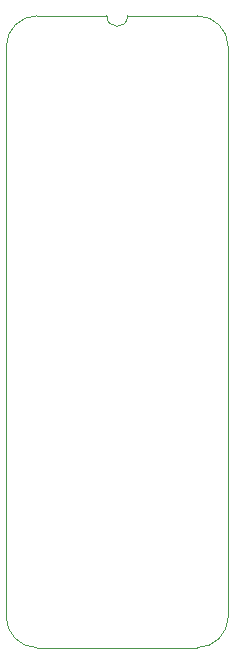
<source format=gm1>
%TF.GenerationSoftware,KiCad,Pcbnew,7.0.5*%
%TF.CreationDate,2024-02-15T20:56:15+02:00*%
%TF.ProjectId,HCP65 Device Interrupts,48435036-3520-4446-9576-69636520496e,rev?*%
%TF.SameCoordinates,PX525bfc0PY43d3480*%
%TF.FileFunction,Profile,NP*%
%FSLAX46Y46*%
G04 Gerber Fmt 4.6, Leading zero omitted, Abs format (unit mm)*
G04 Created by KiCad (PCBNEW 7.0.5) date 2024-02-15 20:56:15*
%MOMM*%
%LPD*%
G01*
G04 APERTURE LIST*
%TA.AperFunction,Profile*%
%ADD10C,0.100000*%
%TD*%
G04 APERTURE END LIST*
D10*
%TO.C,J2*%
X-1778000Y-48260000D02*
X-1778000Y0D01*
X6731000Y2616200D02*
X835732Y2613732D01*
X14404267Y2613733D02*
X8509000Y2616200D01*
X14404268Y-50873732D02*
X835733Y-50873733D01*
X17018000Y-48260000D02*
X17017999Y1D01*
X835732Y2613732D02*
G75*
G03*
X-1778000Y0I-1J-2613731D01*
G01*
X-1778000Y-48260000D02*
G75*
G03*
X835733Y-50873733I2613727J-6D01*
G01*
X6731000Y2616200D02*
G75*
G03*
X8509000Y2616200I889000J0D01*
G01*
X17018003Y1D02*
G75*
G03*
X14404267Y2613733I-2613753J-21D01*
G01*
X14404268Y-50873730D02*
G75*
G03*
X17018000Y-48260000I2J2613730D01*
G01*
%TD*%
M02*

</source>
